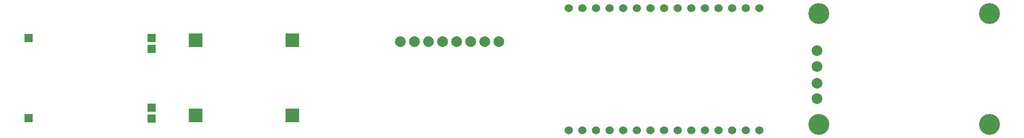
<source format=gbs>
%TF.GenerationSoftware,KiCad,Pcbnew,7.0.1*%
%TF.CreationDate,2023-10-26T23:35:24+05:30*%
%TF.ProjectId,CowTracking,436f7754-7261-4636-9b69-6e672e6b6963,rev?*%
%TF.SameCoordinates,Original*%
%TF.FileFunction,Soldermask,Bot*%
%TF.FilePolarity,Negative*%
%FSLAX46Y46*%
G04 Gerber Fmt 4.6, Leading zero omitted, Abs format (unit mm)*
G04 Created by KiCad (PCBNEW 7.0.1) date 2023-10-26 23:35:24*
%MOMM*%
%LPD*%
G01*
G04 APERTURE LIST*
%ADD10C,2.000000*%
%ADD11C,1.524000*%
%ADD12R,1.500000X1.500000*%
%ADD13R,2.500000X2.500000*%
%ADD14C,3.900000*%
G04 APERTURE END LIST*
D10*
%TO.C,U3*%
X238105000Y-141545000D03*
X235483572Y-141545000D03*
X232862144Y-141545000D03*
X230240716Y-141545000D03*
X227619288Y-141545000D03*
X224997860Y-141545000D03*
X222376432Y-141545000D03*
X219755000Y-141545000D03*
%TD*%
D11*
%TO.C,U5*%
X286665000Y-135270000D03*
X284125000Y-135270000D03*
X281585000Y-135270000D03*
X279045000Y-135270000D03*
X276505000Y-135270000D03*
X273965000Y-135270000D03*
X271425000Y-135270000D03*
X268885000Y-135270000D03*
X266345000Y-135270000D03*
X263805000Y-135270000D03*
X261265000Y-135270000D03*
X258725000Y-135270000D03*
X256185000Y-135270000D03*
X253645000Y-135270000D03*
X251105000Y-135270000D03*
X251105000Y-158130000D03*
X253645000Y-158130000D03*
X256185000Y-158130000D03*
X258725000Y-158130000D03*
X261265000Y-158130000D03*
X263805000Y-158130000D03*
X266345000Y-158130000D03*
X268885000Y-158130000D03*
X271425000Y-158130000D03*
X273965000Y-158130000D03*
X276505000Y-158130000D03*
X279045000Y-158130000D03*
X281585000Y-158130000D03*
X284125000Y-158130000D03*
X286665000Y-158130000D03*
%TD*%
D12*
%TO.C,U2*%
X173350000Y-140875000D03*
X173350000Y-155900000D03*
X173350000Y-142875000D03*
X173350000Y-153900000D03*
X150350000Y-140875000D03*
X150350000Y-155875000D03*
%TD*%
D13*
%TO.C,U1*%
X181550000Y-141300000D03*
X181550000Y-155300000D03*
X199550000Y-155300000D03*
X199550000Y-141300000D03*
%TD*%
D14*
%TO.C,U4*%
X329600000Y-136300000D03*
X297800000Y-136300000D03*
X329600000Y-157000000D03*
X297800000Y-157000000D03*
D10*
X297450000Y-143200000D03*
X297450000Y-146200000D03*
X297450000Y-152200000D03*
X297450000Y-149300000D03*
%TD*%
M02*

</source>
